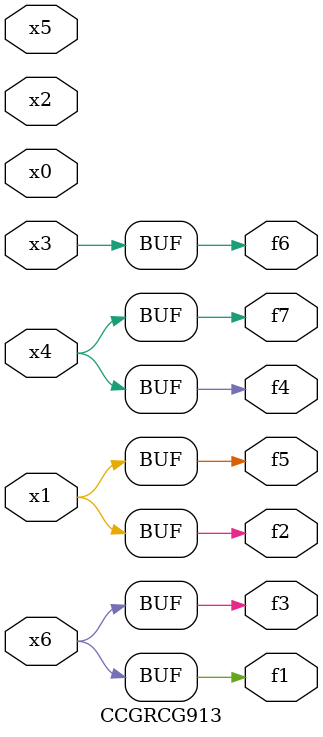
<source format=v>
module CCGRCG913(
	input x0, x1, x2, x3, x4, x5, x6,
	output f1, f2, f3, f4, f5, f6, f7
);
	assign f1 = x6;
	assign f2 = x1;
	assign f3 = x6;
	assign f4 = x4;
	assign f5 = x1;
	assign f6 = x3;
	assign f7 = x4;
endmodule

</source>
